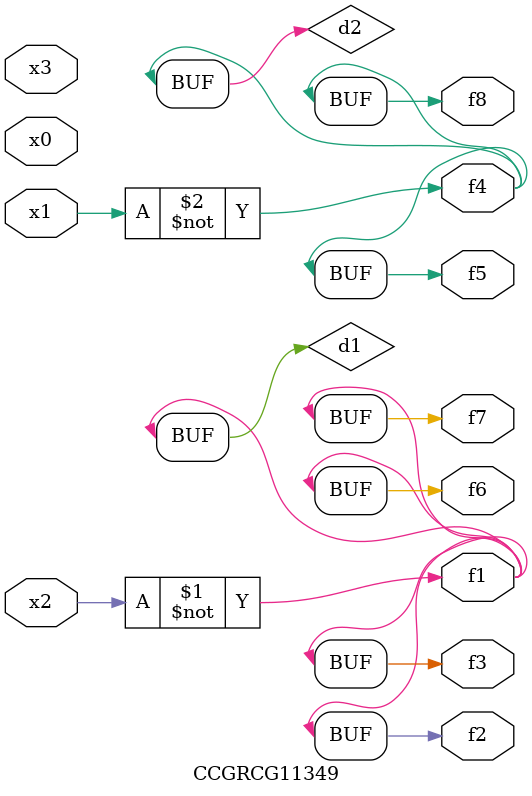
<source format=v>
module CCGRCG11349(
	input x0, x1, x2, x3,
	output f1, f2, f3, f4, f5, f6, f7, f8
);

	wire d1, d2;

	xnor (d1, x2);
	not (d2, x1);
	assign f1 = d1;
	assign f2 = d1;
	assign f3 = d1;
	assign f4 = d2;
	assign f5 = d2;
	assign f6 = d1;
	assign f7 = d1;
	assign f8 = d2;
endmodule

</source>
